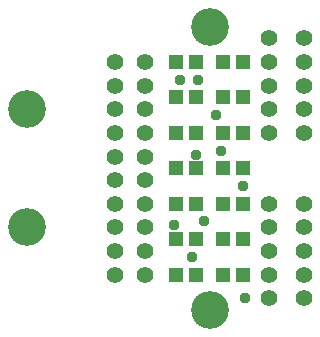
<source format=gbs>
G75*
G70*
%OFA0B0*%
%FSLAX24Y24*%
%IPPOS*%
%LPD*%
%AMOC8*
5,1,8,0,0,1.08239X$1,22.5*
%
%ADD10C,0.1261*%
%ADD11C,0.0552*%
%ADD12R,0.0513X0.0474*%
%ADD13C,0.0370*%
D10*
X008987Y003725D03*
X008987Y007662D03*
X015089Y010418D03*
X015089Y000969D03*
D11*
X017058Y001363D03*
X017058Y002150D03*
X017058Y002937D03*
X017058Y003725D03*
X017058Y004512D03*
X018239Y004512D03*
X018239Y003725D03*
X018239Y002937D03*
X018239Y002150D03*
X018239Y001363D03*
X012924Y002150D03*
X011940Y002150D03*
X011940Y002937D03*
X012924Y002937D03*
X012924Y003725D03*
X012924Y004512D03*
X011940Y004512D03*
X011940Y003725D03*
X011940Y005300D03*
X012924Y005300D03*
X012924Y006087D03*
X011940Y006087D03*
X011940Y006874D03*
X012924Y006874D03*
X012924Y007662D03*
X011940Y007662D03*
X011940Y008449D03*
X012924Y008449D03*
X012924Y009237D03*
X011940Y009237D03*
X017058Y009237D03*
X017058Y010024D03*
X018239Y010024D03*
X018239Y009237D03*
X018239Y008449D03*
X018239Y007662D03*
X018239Y006874D03*
X017058Y006874D03*
X017058Y007662D03*
X017058Y008449D03*
D12*
X016211Y008055D03*
X015542Y008055D03*
X014636Y008055D03*
X013967Y008055D03*
X013967Y006874D03*
X014636Y006874D03*
X015542Y006874D03*
X016211Y006874D03*
X016211Y005693D03*
X015542Y005693D03*
X014636Y005693D03*
X013967Y005693D03*
X013967Y004512D03*
X014636Y004512D03*
X015542Y004512D03*
X016211Y004512D03*
X016211Y003331D03*
X015542Y003331D03*
X014636Y003331D03*
X013967Y003331D03*
X013967Y002150D03*
X014636Y002150D03*
X015542Y002150D03*
X016211Y002150D03*
X016211Y009237D03*
X015542Y009237D03*
X014636Y009237D03*
X013967Y009237D03*
D13*
X014105Y008646D03*
X014695Y008646D03*
X015286Y007465D03*
X015483Y006284D03*
X014636Y006146D03*
X016211Y005103D03*
X014892Y003922D03*
X013908Y003803D03*
X014499Y002740D03*
X016270Y001363D03*
M02*

</source>
